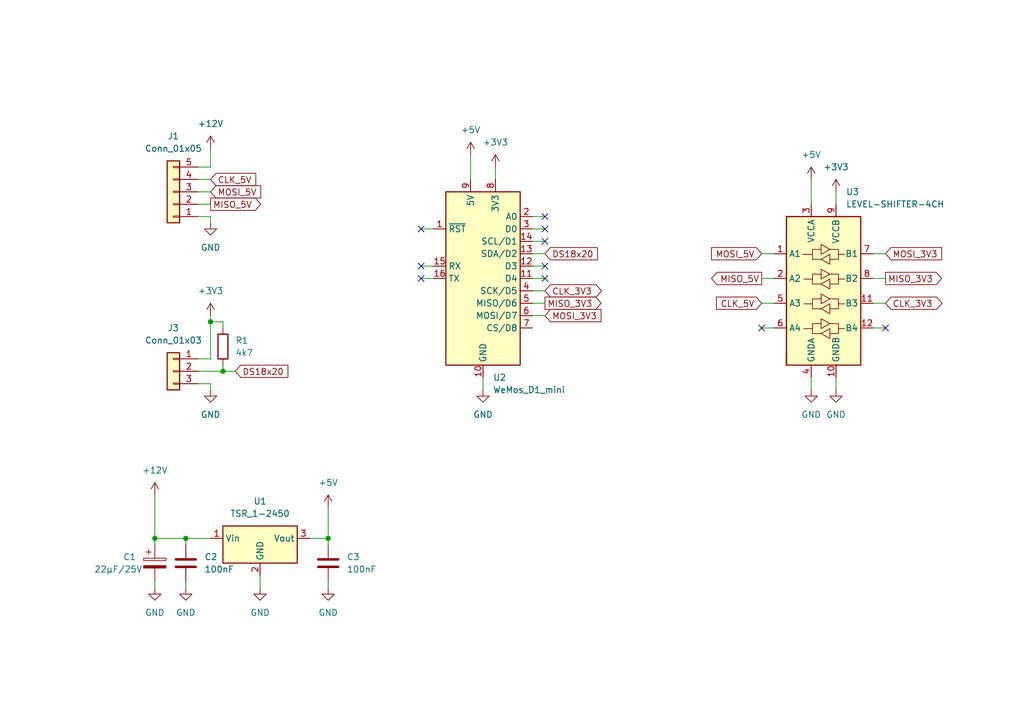
<source format=kicad_sch>
(kicad_sch (version 20211123) (generator eeschema)
  (paper "A5")
  (title_block (title "MHI-AC-Ctrl") (date "2022-10-24") (rev "v2.3"))
  (lib_symbols
    (symbol "Connector_Generic:Conn_01x03" (pin_names (offset 1.016) hide)
      (property "Reference" "J" (at 0 5.08 0))
      (property "Value" "Conn_01x03" (at 0 -5.08 0))
      (symbol "Conn_01x03_1_1"
        (rectangle (start -1.27 -2.413) (end 0 -2.667) (stroke (width 0.1524)))
        (rectangle (start -1.27 0.127) (end 0 -0.127) (stroke (width 0.1524)))
        (rectangle (start -1.27 2.667) (end 0 2.413) (stroke (width 0.1524)))
        (rectangle (start -1.27 3.81) (end 1.27 -3.81) (stroke (width 0.254)) (fill (type background)))
        (pin passive line (at -5.08 2.54 0) (length 3.81) (name "Pin_1") (number "1"))
        (pin passive line (at -5.08 0 0) (length 3.81) (name "Pin_2") (number "2"))
        (pin passive line (at -5.08 -2.54 0) (length 3.81) (name "Pin_3") (number "3"))
      )
    )
    (symbol "Connector_Generic:Conn_01x05" (pin_names (offset 1.016) hide)
      (property "Reference" "J" (at 0 7.62 0))
      (property "Value" "Conn_01x05" (at 0 -7.62 0))
      (symbol "Conn_01x05_1_1"
        (rectangle (start -1.27 -4.953) (end 0 -5.207) (stroke (width 0.1524)))
        (rectangle (start -1.27 -2.413) (end 0 -2.667) (stroke (width 0.1524)))
        (rectangle (start -1.27 0.127) (end 0 -0.127) (stroke (width 0.1524)))
        (rectangle (start -1.27 2.667) (end 0 2.413) (stroke (width 0.1524)))
        (rectangle (start -1.27 5.207) (end 0 4.953) (stroke (width 0.1524)))
        (rectangle (start -1.27 6.35) (end 1.27 -6.35) (stroke (width 0.254)) (fill (type background)))
        (pin passive line (at -5.08 5.08 0) (length 3.81) (name "Pin_1") (number "1"))
        (pin passive line (at -5.08 2.54 0) (length 3.81) (name "Pin_2") (number "2"))
        (pin passive line (at -5.08 0 0) (length 3.81) (name "Pin_3") (number "3"))
        (pin passive line (at -5.08 -2.54 0) (length 3.81) (name "Pin_4") (number "4"))
        (pin passive line (at -5.08 -5.08 0) (length 3.81) (name "Pin_5") (number "5"))
      )
    )
    (symbol "Device:C" (pin_numbers hide) (pin_names (offset 0.254))
      (property "Reference" "C" (at 0.635 2.54 0))
      (property "Value" "C" (at 0.635 -2.54 0))
      (symbol "C_0_1"
        (polyline (pts (xy -2.032 -0.762) (xy 2.032 -0.762)) (stroke (width 0.508)))
        (polyline (pts (xy -2.032 0.762) (xy 2.032 0.762)) (stroke (width 0.508)))
      )
      (symbol "C_1_1"
        (pin passive line (at 0 3.81 270) (length 2.794) (name "~") (number "1"))
        (pin passive line (at 0 -3.81 90) (length 2.794) (name "~") (number "2"))
      )
    )
    (symbol "Device:C_Polarized" (pin_numbers hide) (pin_names (offset 0.254))
      (property "Reference" "C" (at 0.635 2.54 0))
      (property "Value" "C_Polarized" (at 0.635 -2.54 0))
      (symbol "C_Polarized_0_1"
        (rectangle (start -2.286 0.508) (end 2.286 1.016))
        (polyline (pts (xy -1.778 2.286) (xy -0.762 2.286)))
        (polyline (pts (xy -1.27 2.794) (xy -1.27 1.778)))
        (rectangle (start 2.286 -0.508) (end -2.286 -1.016) (fill (type outline)))
      )
      (symbol "C_Polarized_1_1"
        (pin passive line (at 0 3.81 270) (length 2.794) (name "~") (number "1"))
        (pin passive line (at 0 -3.81 90) (length 2.794) (name "~") (number "2"))
      )
    )
    (symbol "Device:R" (pin_numbers hide) (pin_names (offset 0))
      (property "Reference" "R" (at 2.032 0 90))
      (property "Value" "R" (at 0 0 90))
      (symbol "R_0_1"
        (rectangle (start -1.016 -2.54) (end 1.016 2.54) (stroke (width 0.254)))
      )
      (symbol "R_1_1"
        (pin passive line (at 0 3.81 270) (length 1.27) (name "~") (number "1"))
        (pin passive line (at 0 -3.81 90) (length 1.27) (name "~") (number "2"))
      )
    )
    (symbol "Logic_LevelTranslator:TXB0104D"
      (property "Reference" "LS?" (at 5.08 17.78 0))
      (property "Value" "LEVEL-SHIFTER-4CH" (at 5.08 -17.78 0))
      (symbol "TXB0104D_0_1"
        (rectangle (start -7.62 -15.24) (end -7.62 -12.7) (stroke (width 0.254)))
        (rectangle (start -7.62 15.24) (end 7.62 -15.24) (stroke (width 0.254)) (fill (type background)))
        (polyline (pts (xy -2.286 -7.747) (xy -2.286 -6.731) (xy -0.508 -6.731)))
        (polyline (pts (xy -2.286 -2.667) (xy -2.286 -1.651) (xy -0.508 -1.651)))
        (polyline (pts (xy -2.286 2.413) (xy -2.286 3.429) (xy -0.508 3.429)))
        (polyline (pts (xy -2.286 7.493) (xy -2.286 8.509) (xy -0.508 8.509)))
        (polyline (pts (xy 3.048 -7.747) (xy 3.048 -8.763) (xy 1.27 -8.763)))
        (polyline (pts (xy 3.048 -2.667) (xy 3.048 -3.683) (xy 1.27 -3.683)))
        (polyline (pts (xy 3.048 2.413) (xy 3.048 1.397) (xy 1.27 1.397)))
        (polyline (pts (xy 3.048 7.493) (xy 3.048 6.477) (xy 1.27 6.477)))
        (polyline (pts (xy -0.508 -8.763) (xy -2.286 -8.763) (xy -2.286 -7.747) (xy -4.064 -7.747)))
        (polyline (pts (xy -0.508 -8.763) (xy 1.27 -7.747) (xy 1.27 -9.779) (xy -0.508 -8.763)))
        (polyline (pts (xy -0.508 -3.683) (xy -2.286 -3.683) (xy -2.286 -2.667) (xy -4.064 -2.667)))
        (polyline (pts (xy -0.508 -3.683) (xy 1.27 -2.667) (xy 1.27 -4.699) (xy -0.508 -3.683)))
        (polyline (pts (xy -0.508 1.397) (xy -2.286 1.397) (xy -2.286 2.413) (xy -4.064 2.413)))
        (polyline (pts (xy -0.508 1.397) (xy 1.27 2.413) (xy 1.27 0.381) (xy -0.508 1.397)))
        (polyline (pts (xy -0.508 6.477) (xy -2.286 6.477) (xy -2.286 7.493) (xy -4.318 7.493)))
        (polyline (pts (xy -0.508 6.477) (xy 1.27 7.493) (xy 1.27 5.461) (xy -0.508 6.477)))
        (polyline (pts (xy 1.27 -6.731) (xy -0.508 -7.747) (xy -0.508 -5.715) (xy 1.27 -6.731)))
        (polyline (pts (xy 1.27 -6.731) (xy 3.048 -6.731) (xy 3.048 -7.747) (xy 4.318 -7.747)))
        (polyline (pts (xy 1.27 -1.651) (xy -0.508 -2.667) (xy -0.508 -0.635) (xy 1.27 -1.651)))
        (polyline (pts (xy 1.27 -1.651) (xy 3.048 -1.651) (xy 3.048 -2.667) (xy 4.318 -2.667)))
        (polyline (pts (xy 1.27 3.429) (xy -0.508 2.413) (xy -0.508 4.445) (xy 1.27 3.429)))
        (polyline (pts (xy 1.27 3.429) (xy 3.048 3.429) (xy 3.048 2.413) (xy 4.318 2.413)))
        (polyline (pts (xy 1.27 8.509) (xy -0.508 7.493) (xy -0.508 9.525) (xy 1.27 8.509)))
        (polyline (pts (xy 1.27 8.509) (xy 3.048 8.509) (xy 3.048 7.493) (xy 4.318 7.493)))
      )
      (symbol "TXB0104D_1_1"
        (pin bidirectional line (at -10.16 7.62 0) (length 2.54) (name "A1") (number "1"))
        (pin power_in line (at 2.54 -17.78 90) (length 2.54) (name "GNDB") (number "10"))
        (pin bidirectional line (at 10.16 -2.54 180) (length 2.54) (name "B3") (number "11"))
        (pin bidirectional line (at 10.16 -7.62 180) (length 2.54) (name "B4") (number "12"))
        (pin bidirectional line (at -10.16 2.54 0) (length 2.54) (name "A2") (number "2"))
        (pin power_in line (at -2.54 17.78 270) (length 2.54) (name "VCCA") (number "3"))
        (pin power_in line (at -2.54 -17.78 90) (length 2.54) (name "GNDA") (number "4"))
        (pin bidirectional line (at -10.16 -2.54 0) (length 2.54) (name "A3") (number "5"))
        (pin bidirectional line (at -10.16 -7.62 0) (length 2.54) (name "A4") (number "6"))
        (pin bidirectional line (at 10.16 7.62 180) (length 2.54) (name "B1") (number "7"))
        (pin bidirectional line (at 10.16 2.54 180) (length 2.54) (name "B2") (number "8"))
        (pin power_in line (at 2.54 17.78 270) (length 2.54) (name "VCCB") (number "9"))
      )
    )
    (symbol "MCU_Module:WeMos_D1_mini"
      (property "Reference" "U" (at 3.81 19.05 0))
      (property "Value" "WeMos_D1_mini" (at 1.27 -19.05 0))
      (symbol "WeMos_D1_mini_1_1"
        (rectangle (start -7.62 17.78) (end 7.62 -17.78) (stroke (width 0.254)) (fill (type background)))
        (pin input line (at -10.16 10.16 0) (length 2.54) (name "~{RST}") (number "1"))
        (pin power_in line (at 0 -20.32 90) (length 2.54) (name "GND") (number "10"))
        (pin bidirectional line (at 10.16 0 180) (length 2.54) (name "D4") (number "11"))
        (pin bidirectional line (at 10.16 2.54 180) (length 2.54) (name "D3") (number "12"))
        (pin bidirectional line (at 10.16 5.08 180) (length 2.54) (name "SDA/D2") (number "13"))
        (pin bidirectional line (at 10.16 7.62 180) (length 2.54) (name "SCL/D1") (number "14"))
        (pin input line (at -10.16 2.54 0) (length 2.54) (name "RX") (number "15"))
        (pin output line (at -10.16 0 0) (length 2.54) (name "TX") (number "16"))
        (pin input line (at 10.16 12.7 180) (length 2.54) (name "A0") (number "2"))
        (pin bidirectional line (at 10.16 10.16 180) (length 2.54) (name "D0") (number "3"))
        (pin bidirectional line (at 10.16 -2.54 180) (length 2.54) (name "SCK/D5") (number "4"))
        (pin bidirectional line (at 10.16 -5.08 180) (length 2.54) (name "MISO/D6") (number "5"))
        (pin bidirectional line (at 10.16 -7.62 180) (length 2.54) (name "MOSI/D7") (number "6"))
        (pin bidirectional line (at 10.16 -10.16 180) (length 2.54) (name "CS/D8") (number "7"))
        (pin power_out line (at 2.54 20.32 270) (length 2.54) (name "3V3") (number "8"))
        (pin power_in line (at -2.54 20.32 270) (length 2.54) (name "5V") (number "9"))
      )
    )
    (symbol "Regulator_Switching:TSR_1-2450"
      (property "Reference" "U" (at -7.62 6.35 0))
      (property "Value" "TSR_1-2450" (at -1.27 6.35 0))
      (symbol "TSR_1-2450_0_1"
        (rectangle (start -7.62 5.08) (end 7.62 -2.54) (stroke (width 0.254)) (fill (type background)))
      )
      (symbol "TSR_1-2450_1_1"
        (pin power_in line (at -10.16 2.54 0) (length 2.54) (name "Vin") (number "1"))
        (pin power_in line (at 0 -5.08 90) (length 2.54) (name "GND") (number "2"))
        (pin power_out line (at 10.16 2.54 180) (length 2.54) (name "Vout") (number "3"))
      )
    )
    (symbol "power:+12V" (power) (pin_names (offset 0))
      (property "Value" "+12V" (at 0 3.556 0))
      (symbol "+12V_0_1"
        (polyline (pts (xy -0.762 1.27) (xy 0 2.54)))
        (polyline (pts (xy 0 0) (xy 0 2.54)))
        (polyline (pts (xy 0 2.54) (xy 0.762 1.27)))
      )
      (symbol "+12V_1_1"
        (pin power_in line (at 0 0 90) (length 0) hide (name "+12V") (number "1"))
      )
    )
    (symbol "power:+3V3" (power) (pin_names (offset 0))
      (property "Value" "+3V3" (at 0 3.556 0))
      (symbol "+3V3_0_1"
        (polyline (pts (xy -0.762 1.27) (xy 0 2.54)))
        (polyline (pts (xy 0 0) (xy 0 2.54)))
        (polyline (pts (xy 0 2.54) (xy 0.762 1.27)))
      )
      (symbol "+3V3_1_1"
        (pin power_in line (at 0 0 90) (length 0) hide (name "+3V3") (number "1"))
      )
    )
    (symbol "power:+5V" (power) (pin_names (offset 0))
      (property "Value" "+5V" (at 0 3.556 0))
      (symbol "+5V_0_1"
        (polyline (pts (xy -0.762 1.27) (xy 0 2.54)))
        (polyline (pts (xy 0 0) (xy 0 2.54)))
        (polyline (pts (xy 0 2.54) (xy 0.762 1.27)))
      )
      (symbol "+5V_1_1"
        (pin power_in line (at 0 0 90) (length 0) hide (name "+5V") (number "1"))
      )
    )
    (symbol "power:GND" (power) (pin_names (offset 0))
      (property "Value" "GND" (at 0 -3.81 0))
      (symbol "GND_0_1"
        (polyline (pts (xy 0 0) (xy 0 -1.27) (xy 1.27 -1.27) (xy 0 -2.54) (xy -1.27 -1.27) (xy 0 -1.27)))
      )
      (symbol "GND_1_1"
        (pin power_in line (at 0 0 270) (length 0) hide (name "GND") (number "1"))
      )
    )
  )
  (junction (at 43.18 66.04))
  (junction (at 45.72 76.2))
  (junction (at 31.75 110.49))
  (junction (at 38.1 110.49))
  (junction (at 67.31 110.49))
  (no_connect (at 181.61 67.31))
  (no_connect (at 156.21 67.31))
  (no_connect (at 86.36 57.15))
  (no_connect (at 86.36 54.61))
  (no_connect (at 86.36 46.99))
  (no_connect (at 111.76 46.99))
  (no_connect (at 111.76 49.53))
  (no_connect (at 111.76 57.15))
  (no_connect (at 111.76 54.61))
  (no_connect (at 111.76 44.45))
  (wire (pts (xy 109.22 46.99) (xy 111.76 46.99)))
  (wire (pts (xy 45.72 67.31) (xy 45.72 66.04)))
  (wire (pts (xy 86.36 57.15) (xy 88.9 57.15)))
  (wire (pts (xy 31.75 119.38) (xy 31.75 120.65)))
  (wire (pts (xy 86.36 54.61) (xy 88.9 54.61)))
  (wire (pts (xy 179.07 57.15) (xy 181.61 57.15)))
  (wire (pts (xy 38.1 110.49) (xy 38.1 111.76)))
  (wire (pts (xy 40.64 34.29) (xy 43.18 34.29)))
  (wire (pts (xy 40.64 76.2) (xy 45.72 76.2)))
  (wire (pts (xy 158.75 62.23) (xy 156.21 62.23)))
  (wire (pts (xy 109.22 49.53) (xy 111.76 49.53)))
  (wire (pts (xy 40.64 41.91) (xy 43.18 41.91)))
  (wire (pts (xy 109.22 54.61) (xy 111.76 54.61)))
  (wire (pts (xy 86.36 46.99) (xy 88.9 46.99)))
  (wire (pts (xy 158.75 52.07) (xy 156.21 52.07)))
  (wire (pts (xy 109.22 57.15) (xy 111.76 57.15)))
  (wire (pts (xy 31.75 111.76) (xy 31.75 110.49)))
  (wire (pts (xy 109.22 62.23) (xy 111.76 62.23)))
  (wire (pts (xy 43.18 73.66) (xy 43.18 66.04)))
  (wire (pts (xy 31.75 101.6) (xy 31.75 110.49)))
  (wire (pts (xy 40.64 73.66) (xy 43.18 73.66)))
  (wire (pts (xy 43.18 78.74) (xy 43.18 80.01)))
  (wire (pts (xy 109.22 64.77) (xy 111.76 64.77)))
  (wire (pts (xy 158.75 57.15) (xy 156.21 57.15)))
  (wire (pts (xy 40.64 44.45) (xy 43.18 44.45)))
  (wire (pts (xy 38.1 119.38) (xy 38.1 120.65)))
  (wire (pts (xy 40.64 39.37) (xy 43.18 39.37)))
  (wire (pts (xy 171.45 77.47) (xy 171.45 80.01)))
  (wire (pts (xy 99.06 77.47) (xy 99.06 80.01)))
  (wire (pts (xy 40.64 78.74) (xy 43.18 78.74)))
  (wire (pts (xy 40.64 36.83) (xy 43.18 36.83)))
  (wire (pts (xy 43.18 66.04) (xy 43.18 64.77)))
  (wire (pts (xy 43.18 110.49) (xy 38.1 110.49)))
  (wire (pts (xy 53.34 118.11) (xy 53.34 120.65)))
  (wire (pts (xy 45.72 66.04) (xy 43.18 66.04)))
  (wire (pts (xy 109.22 52.07) (xy 111.76 52.07)))
  (wire (pts (xy 45.72 76.2) (xy 48.26 76.2)))
  (wire (pts (xy 67.31 119.38) (xy 67.31 120.65)))
  (wire (pts (xy 109.22 59.69) (xy 111.76 59.69)))
  (wire (pts (xy 179.07 62.23) (xy 181.61 62.23)))
  (wire (pts (xy 43.18 34.29) (xy 43.18 30.48)))
  (wire (pts (xy 179.07 52.07) (xy 181.61 52.07)))
  (wire (pts (xy 166.37 77.47) (xy 166.37 80.01)))
  (wire (pts (xy 96.52 31.75) (xy 96.52 36.83)))
  (wire (pts (xy 31.75 110.49) (xy 38.1 110.49)))
  (wire (pts (xy 67.31 104.14) (xy 67.31 110.49)))
  (wire (pts (xy 45.72 74.93) (xy 45.72 76.2)))
  (wire (pts (xy 67.31 110.49) (xy 67.31 111.76)))
  (wire (pts (xy 43.18 44.45) (xy 43.18 45.72)))
  (wire (pts (xy 109.22 44.45) (xy 111.76 44.45)))
  (wire (pts (xy 101.6 34.29) (xy 101.6 36.83)))
  (wire (pts (xy 63.5 110.49) (xy 67.31 110.49)))
  (wire (pts (xy 171.45 39.37) (xy 171.45 41.91)))
  (wire (pts (xy 166.37 36.83) (xy 166.37 41.91)))
  (wire (pts (xy 156.21 67.31) (xy 158.75 67.31)))
  (wire (pts (xy 179.07 67.31) (xy 181.61 67.31)))
  (global_label "CLK_5V" (shape input) (at 156.21 62.23 180) (property "Intersheet References" "${INTERSHEET_REFS}" (effects hide)))
  (global_label "MISO_3V3" (shape output) (at 111.76 62.23 0) (property "Intersheet References" "${INTERSHEET_REFS}" (effects hide)))
  (global_label "MOSI_5V" (shape input) (at 43.18 39.37 0) (property "Intersheet References" "${INTERSHEET_REFS}" (effects hide)))
  (global_label "MISO_5V" (shape output) (at 43.18 41.91 0) (property "Intersheet References" "${INTERSHEET_REFS}" (effects hide)))
  (global_label "MOSI_3V3" (shape input) (at 111.76 64.77 0) (property "Intersheet References" "${INTERSHEET_REFS}" (effects hide)))
  (global_label "CLK_3V3" (shape bidirectional) (at 111.76 59.69 0) (property "Intersheet References" "${INTERSHEET_REFS}" (effects hide)))
  (global_label "DS18x20" (shape input) (at 48.26 76.2 0) (property "Intersheet References" "${INTERSHEET_REFS}" (effects hide)))
  (global_label "CLK_3V3" (shape bidirectional) (at 181.61 62.23 0) (property "Intersheet References" "${INTERSHEET_REFS}" (effects hide)))
  (global_label "MISO_5V" (shape output) (at 156.21 57.15 180) (property "Intersheet References" "${INTERSHEET_REFS}" (effects hide)))
  (global_label "MOSI_3V3" (shape input) (at 181.61 52.07 0) (property "Intersheet References" "${INTERSHEET_REFS}" (effects hide)))
  (global_label "MISO_3V3" (shape output) (at 181.61 57.15 0) (property "Intersheet References" "${INTERSHEET_REFS}" (effects hide)))
  (global_label "CLK_5V" (shape input) (at 43.18 36.83 0) (property "Intersheet References" "${INTERSHEET_REFS}" (effects hide)))
  (global_label "DS18x20" (shape input) (at 111.76 52.07 0) (property "Intersheet References" "${INTERSHEET_REFS}" (effects hide)))
  (global_label "MOSI_5V" (shape input) (at 156.21 52.07 180) (property "Intersheet References" "${INTERSHEET_REFS}" (effects hide)))
  (symbol (lib_id "power:+12V") (at 43.18 30.48 0) (unit 1)
    (property "Reference" "#PWR0103" (effects hide))
    (property "Value" "+12V" (at 43.18 25.4 0))
  )
  (symbol (lib_id "MCU_Module:WeMos_D1_mini") (at 99.06 57.15 0) (unit 1)
    (property "Reference" "U2" (at 101.0794 77.47 0) (effects (justify left)))
    (property "Value" "WeMos_D1_mini" (at 101.0794 80.01 0) (effects (justify left)))
    (property "Footprint" "Module:WEMOS_D1_mini_light" (effects hide))
    (property "Datasheet" "https://wiki.wemos.cc/products:d1:d1_mini#documentation" (effects hide))
  )
  (symbol (lib_id "power:+3V3") (at 171.45 39.37 0) (unit 1)
    (property "Reference" "#PWR0114" (effects hide))
    (property "Value" "+3V3" (at 171.45 34.29 0))
  )
  (symbol (lib_id "power:GND") (at 43.18 45.72 0) (unit 1)
    (property "Reference" "#PWR0102" (effects hide))
    (property "Value" "GND" (at 43.18 50.8 0))
  )
  (symbol (lib_id "power:GND") (at 171.45 80.01 0) (mirror y) (unit 1)
    (property "Reference" "#PWR0116" (effects hide))
    (property "Value" "GND" (at 171.45 85.09 0))
  )
  (symbol (lib_id "Device:C_Polarized") (at 31.75 115.57 0) (unit 1)
    (property "Reference" "C1" (at 27.94 114.3 0) (effects (justify right)))
    (property "Value" "22μF/25V" (at 29.21 116.84 0) (effects (justify right)))
    (property "Footprint" "Capacitor_THT:CP_Axial_L10.0mm_D4.5mm_P15.00mm_Horizontal" (effects hide))
  )
  (symbol (lib_id "Device:R") (at 45.72 71.12 0) (unit 1)
    (property "Reference" "R1" (at 48.26 69.8499 0) (effects (justify left)))
    (property "Value" "4k7" (at 48.26 72.3899 0) (effects (justify left)))
    (property "Footprint" "Resistor_THT:R_Axial_DIN0207_L6.3mm_D2.5mm_P10.16mm_Horizontal" (effects hide))
  )
  (symbol (lib_id "Connector_Generic:Conn_01x03") (at 35.56 76.2 0) (mirror y) (unit 1)
    (property "Reference" "J3" (at 35.56 67.31 0))
    (property "Value" "Conn_01x03" (at 35.56 69.85 0))
    (property "Footprint" "Connector_JST:JST_XH_B3B-XH-A_1x03_P2.50mm_Vertical" (effects hide))
  )
  (symbol (lib_id "power:+3V3") (at 43.18 64.77 0) (unit 1)
    (property "Reference" "#PWR0101" (effects hide))
    (property "Value" "+3V3" (at 43.18 59.69 0))
  )
  (symbol (lib_id "Regulator_Switching:TSR_1-2450") (at 53.34 113.03 0) (unit 1)
    (property "Reference" "U1" (at 53.34 102.87 0))
    (property "Value" "TSR_1-2450" (at 53.34 105.41 0))
    (property "Footprint" "Converter_DCDC:Converter_DCDC_TRACO_TSR-1_THT" (effects hide))
    (property "Datasheet" "http://www.tracopower.com/products/tsr1.pdf" (effects hide))
  )
  (symbol (lib_id "power:GND") (at 38.1 120.65 0) (unit 1)
    (property "Reference" "#PWR0106" (effects hide))
    (property "Value" "GND" (at 38.1 125.73 0))
  )
  (symbol (lib_id "power:+5V") (at 67.31 104.14 0) (unit 1)
    (property "Reference" "#PWR0107" (effects hide))
    (property "Value" "+5V" (at 67.31 99.06 0))
  )
  (symbol (lib_id "power:GND") (at 43.18 80.01 0) (unit 1)
    (property "Reference" "#PWR0104" (effects hide))
    (property "Value" "GND" (at 43.18 85.09 0))
  )
  (symbol (lib_id "power:GND") (at 31.75 120.65 0) (unit 1)
    (property "Reference" "#PWR0109" (effects hide))
    (property "Value" "GND" (at 31.75 125.73 0))
  )
  (symbol (lib_id "power:GND") (at 53.34 120.65 0) (unit 1)
    (property "Reference" "#PWR0105" (effects hide))
    (property "Value" "GND" (at 53.34 125.73 0))
  )
  (symbol (lib_id "power:+5V") (at 166.37 36.83 0) (unit 1)
    (property "Reference" "#PWR0115" (effects hide))
    (property "Value" "+5V" (at 166.37 31.75 0))
  )
  (symbol (lib_id "Device:C") (at 38.1 115.57 0) (unit 1)
    (property "Reference" "C2" (at 41.91 114.2999 0) (effects (justify left)))
    (property "Value" "100nF" (at 41.91 116.8399 0) (effects (justify left)))
    (property "Footprint" "Capacitor_THT:C_Disc_D3.0mm_W1.6mm_P2.50mm" (effects hide))
  )
  (symbol (lib_id "Connector_Generic:Conn_01x05") (at 35.56 39.37 180) (unit 1)
    (property "Reference" "J1" (at 35.56 27.94 0))
    (property "Value" "Conn_01x05" (at 35.56 30.48 0))
    (property "Footprint" "Connector_JST:JST_XH_B5B-XH-A_1x05_P2.50mm_Vertical" (effects hide))
  )
  (symbol (lib_id "power:GND") (at 166.37 80.01 0) (mirror y) (unit 1)
    (property "Reference" "#PWR0117" (effects hide))
    (property "Value" "GND" (at 166.37 85.09 0))
  )
  (symbol (lib_id "power:+5V") (at 96.52 31.75 0) (unit 1)
    (property "Reference" "#PWR0111" (effects hide))
    (property "Value" "+5V" (at 96.52 26.67 0))
  )
  (symbol (lib_id "power:GND") (at 67.31 120.65 0) (unit 1)
    (property "Reference" "#PWR0108" (effects hide))
    (property "Value" "GND" (at 67.31 125.73 0))
  )
  (symbol (lib_id "Device:C") (at 67.31 115.57 0) (unit 1)
    (property "Reference" "C3" (at 71.12 114.2999 0) (effects (justify left)))
    (property "Value" "100nF" (at 71.12 116.8399 0) (effects (justify left)))
    (property "Footprint" "Capacitor_THT:C_Disc_D3.0mm_W1.6mm_P2.50mm" (effects hide))
  )
  (symbol (lib_id "power:+12V") (at 31.75 101.6 0) (unit 1)
    (property "Reference" "#PWR0110" (effects hide))
    (property "Value" "+12V" (at 31.75 96.52 0))
  )
  (symbol (lib_id "power:+3V3") (at 101.6 34.29 0) (unit 1)
    (property "Reference" "#PWR0112" (effects hide))
    (property "Value" "+3V3" (at 101.6 29.21 0))
  )
  (symbol (lib_id "power:GND") (at 99.06 80.01 0) (mirror y) (unit 1)
    (property "Reference" "#PWR0113" (effects hide))
    (property "Value" "GND" (at 99.06 85.09 0))
  )
  (symbol (lib_id "Logic_LevelTranslator:TXB0104D") (at 168.91 59.69 0) (unit 1)
    (property "Reference" "U3" (at 173.4694 39.37 0) (effects (justify left)))
    (property "Value" "LEVEL-SHIFTER-4CH" (at 173.4694 41.91 0) (effects (justify left)))
    (property "Footprint" "Package_SO:SOIC-14_3.9x8.7mm_P1.27mm" (effects hide))
  )
)
</source>
